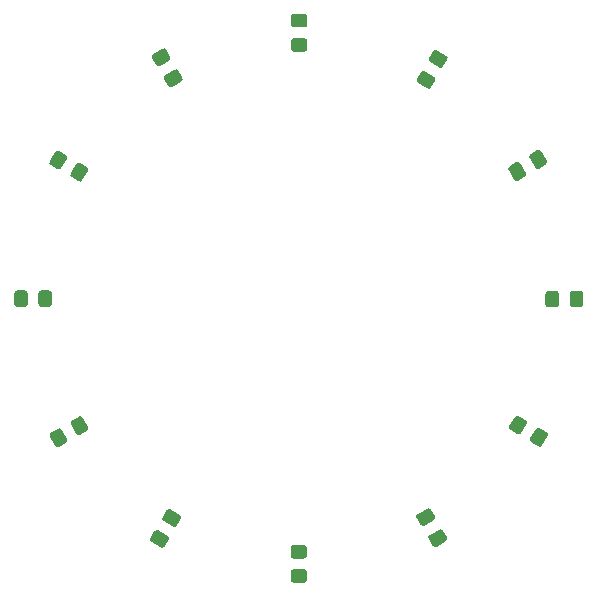
<source format=gbr>
%TF.GenerationSoftware,KiCad,Pcbnew,5.1.9+dfsg1-1~bpo10+1*%
%TF.CreationDate,2022-05-07T14:54:34+02:00*%
%TF.ProjectId,vjeverica-mirror,766a6576-6572-4696-9361-2d6d6972726f,rev?*%
%TF.SameCoordinates,Original*%
%TF.FileFunction,Paste,Top*%
%TF.FilePolarity,Positive*%
%FSLAX46Y46*%
G04 Gerber Fmt 4.6, Leading zero omitted, Abs format (unit mm)*
G04 Created by KiCad (PCBNEW 5.1.9+dfsg1-1~bpo10+1) date 2022-05-07 14:54:34*
%MOMM*%
%LPD*%
G01*
G04 APERTURE LIST*
G04 APERTURE END LIST*
%TO.C,D1*%
G36*
G01*
X153212213Y-77022965D02*
X152432787Y-76572964D01*
G75*
G02*
X152341282Y-76231460I125000J216505D01*
G01*
X152666283Y-75668541D01*
G75*
G02*
X153007788Y-75577035I216505J-124999D01*
G01*
X153787213Y-76027036D01*
G75*
G02*
X153878718Y-76368540I-125000J-216505D01*
G01*
X153553717Y-76931459D01*
G75*
G02*
X153212213Y-77022965I-216505J124999D01*
G01*
G37*
G36*
G01*
X152187213Y-78798317D02*
X151407787Y-78348316D01*
G75*
G02*
X151316282Y-78006812I125000J216505D01*
G01*
X151641283Y-77443893D01*
G75*
G02*
X151982788Y-77352387I216505J-124999D01*
G01*
X152762213Y-77802388D01*
G75*
G02*
X152853718Y-78143892I-125000J-216505D01*
G01*
X152528717Y-78706811D01*
G75*
G02*
X152187213Y-78798317I-216505J124999D01*
G01*
G37*
%TD*%
%TO.C,D2*%
G36*
G01*
X159519360Y-86509712D02*
X159069359Y-85730287D01*
G75*
G02*
X159160865Y-85388783I216505J124999D01*
G01*
X159723784Y-85063782D01*
G75*
G02*
X160065288Y-85155288I124999J-216505D01*
G01*
X160515289Y-85934713D01*
G75*
G02*
X160423784Y-86276217I-216505J-124999D01*
G01*
X159860865Y-86601218D01*
G75*
G02*
X159519360Y-86509712I-125000J216505D01*
G01*
G37*
G36*
G01*
X161294712Y-85484712D02*
X160844711Y-84705287D01*
G75*
G02*
X160936217Y-84363783I216505J124999D01*
G01*
X161499136Y-84038782D01*
G75*
G02*
X161840640Y-84130288I124999J-216505D01*
G01*
X162290641Y-84909713D01*
G75*
G02*
X162199136Y-85251217I-216505J-124999D01*
G01*
X161636217Y-85576218D01*
G75*
G02*
X161294712Y-85484712I-125000J216505D01*
G01*
G37*
%TD*%
%TO.C,D3*%
G36*
G01*
X162190000Y-97080001D02*
X162190000Y-96179999D01*
G75*
G02*
X162439999Y-95930000I249999J0D01*
G01*
X163090001Y-95930000D01*
G75*
G02*
X163340000Y-96179999I0J-249999D01*
G01*
X163340000Y-97080001D01*
G75*
G02*
X163090001Y-97330000I-249999J0D01*
G01*
X162439999Y-97330000D01*
G75*
G02*
X162190000Y-97080001I0J249999D01*
G01*
G37*
G36*
G01*
X164240000Y-97080001D02*
X164240000Y-96179999D01*
G75*
G02*
X164489999Y-95930000I249999J0D01*
G01*
X165140001Y-95930000D01*
G75*
G02*
X165390000Y-96179999I0J-249999D01*
G01*
X165390000Y-97080001D01*
G75*
G02*
X165140001Y-97330000I-249999J0D01*
G01*
X164489999Y-97330000D01*
G75*
G02*
X164240000Y-97080001I0J249999D01*
G01*
G37*
%TD*%
%TO.C,D4*%
G36*
G01*
X160917035Y-108432213D02*
X161367036Y-107652788D01*
G75*
G02*
X161708541Y-107561282I216505J-124999D01*
G01*
X162271460Y-107886283D01*
G75*
G02*
X162362965Y-108227787I-125000J-216505D01*
G01*
X161912964Y-109007212D01*
G75*
G02*
X161571459Y-109098718I-216505J124999D01*
G01*
X161008540Y-108773717D01*
G75*
G02*
X160917035Y-108432213I125000J216505D01*
G01*
G37*
G36*
G01*
X159141683Y-107407213D02*
X159591684Y-106627788D01*
G75*
G02*
X159933189Y-106536282I216505J-124999D01*
G01*
X160496108Y-106861283D01*
G75*
G02*
X160587613Y-107202787I-125000J-216505D01*
G01*
X160137612Y-107982212D01*
G75*
G02*
X159796107Y-108073718I-216505J124999D01*
G01*
X159233188Y-107748717D01*
G75*
G02*
X159141683Y-107407213I125000J216505D01*
G01*
G37*
%TD*%
%TO.C,D5*%
G36*
G01*
X151367788Y-114821684D02*
X152147213Y-114371683D01*
G75*
G02*
X152488717Y-114463188I124999J-216505D01*
G01*
X152813718Y-115026107D01*
G75*
G02*
X152722213Y-115367612I-216505J-125000D01*
G01*
X151942788Y-115817613D01*
G75*
G02*
X151601283Y-115726107I-125000J216505D01*
G01*
X151276282Y-115163188D01*
G75*
G02*
X151367788Y-114821684I216505J124999D01*
G01*
G37*
G36*
G01*
X152392788Y-116597036D02*
X153172213Y-116147035D01*
G75*
G02*
X153513717Y-116238540I124999J-216505D01*
G01*
X153838718Y-116801459D01*
G75*
G02*
X153747213Y-117142964I-216505J-125000D01*
G01*
X152967788Y-117592965D01*
G75*
G02*
X152626283Y-117501459I-125000J216505D01*
G01*
X152301282Y-116938540D01*
G75*
G02*
X152392788Y-116597036I216505J124999D01*
G01*
G37*
%TD*%
%TO.C,D6*%
G36*
G01*
X140859999Y-119500000D02*
X141760001Y-119500000D01*
G75*
G02*
X142010000Y-119749999I0J-249999D01*
G01*
X142010000Y-120400001D01*
G75*
G02*
X141760001Y-120650000I-249999J0D01*
G01*
X140859999Y-120650000D01*
G75*
G02*
X140610000Y-120400001I0J249999D01*
G01*
X140610000Y-119749999D01*
G75*
G02*
X140859999Y-119500000I249999J0D01*
G01*
G37*
G36*
G01*
X140859999Y-117450000D02*
X141760001Y-117450000D01*
G75*
G02*
X142010000Y-117699999I0J-249999D01*
G01*
X142010000Y-118350001D01*
G75*
G02*
X141760001Y-118600000I-249999J0D01*
G01*
X140859999Y-118600000D01*
G75*
G02*
X140610000Y-118350001I0J249999D01*
G01*
X140610000Y-117699999D01*
G75*
G02*
X140859999Y-117450000I249999J0D01*
G01*
G37*
%TD*%
%TO.C,D7*%
G36*
G01*
X130442788Y-114441683D02*
X131222213Y-114891684D01*
G75*
G02*
X131313718Y-115233188I-125000J-216505D01*
G01*
X130988717Y-115796107D01*
G75*
G02*
X130647212Y-115887613I-216505J124999D01*
G01*
X129867787Y-115437612D01*
G75*
G02*
X129776282Y-115096108I125000J216505D01*
G01*
X130101283Y-114533189D01*
G75*
G02*
X130442788Y-114441683I216505J-124999D01*
G01*
G37*
G36*
G01*
X129417788Y-116217035D02*
X130197213Y-116667036D01*
G75*
G02*
X130288718Y-117008540I-125000J-216505D01*
G01*
X129963717Y-117571459D01*
G75*
G02*
X129622212Y-117662965I-216505J124999D01*
G01*
X128842787Y-117212964D01*
G75*
G02*
X128751282Y-116871460I125000J216505D01*
G01*
X129076283Y-116308541D01*
G75*
G02*
X129417788Y-116217035I216505J-124999D01*
G01*
G37*
%TD*%
%TO.C,D8*%
G36*
G01*
X121222964Y-107692788D02*
X121672965Y-108472212D01*
G75*
G02*
X121581460Y-108813717I-216505J-125000D01*
G01*
X121018541Y-109138718D01*
G75*
G02*
X120677036Y-109047212I-125000J216505D01*
G01*
X120227035Y-108267787D01*
G75*
G02*
X120318541Y-107926283I216505J124999D01*
G01*
X120881460Y-107601282D01*
G75*
G02*
X121222964Y-107692788I124999J-216505D01*
G01*
G37*
G36*
G01*
X122998316Y-106667788D02*
X123448317Y-107447212D01*
G75*
G02*
X123356812Y-107788717I-216505J-125000D01*
G01*
X122793893Y-108113718D01*
G75*
G02*
X122452388Y-108022212I-125000J216505D01*
G01*
X122002387Y-107242787D01*
G75*
G02*
X122093893Y-106901283I216505J124999D01*
G01*
X122656812Y-106576282D01*
G75*
G02*
X122998316Y-106667788I124999J-216505D01*
G01*
G37*
%TD*%
%TO.C,D9*%
G36*
G01*
X120415000Y-96149999D02*
X120415000Y-97050001D01*
G75*
G02*
X120165001Y-97300000I-249999J0D01*
G01*
X119514999Y-97300000D01*
G75*
G02*
X119265000Y-97050001I0J249999D01*
G01*
X119265000Y-96149999D01*
G75*
G02*
X119514999Y-95900000I249999J0D01*
G01*
X120165001Y-95900000D01*
G75*
G02*
X120415000Y-96149999I0J-249999D01*
G01*
G37*
G36*
G01*
X118365000Y-96149999D02*
X118365000Y-97050001D01*
G75*
G02*
X118115001Y-97300000I-249999J0D01*
G01*
X117464999Y-97300000D01*
G75*
G02*
X117215000Y-97050001I0J249999D01*
G01*
X117215000Y-96149999D01*
G75*
G02*
X117464999Y-95900000I249999J0D01*
G01*
X118115001Y-95900000D01*
G75*
G02*
X118365000Y-96149999I0J-249999D01*
G01*
G37*
%TD*%
%TO.C,D10*%
G36*
G01*
X121662965Y-84757787D02*
X121212964Y-85537212D01*
G75*
G02*
X120871459Y-85628718I-216505J124999D01*
G01*
X120308540Y-85303717D01*
G75*
G02*
X120217035Y-84962213I125000J216505D01*
G01*
X120667036Y-84182788D01*
G75*
G02*
X121008541Y-84091282I216505J-124999D01*
G01*
X121571460Y-84416283D01*
G75*
G02*
X121662965Y-84757787I-125000J-216505D01*
G01*
G37*
G36*
G01*
X123438317Y-85782787D02*
X122988316Y-86562212D01*
G75*
G02*
X122646811Y-86653718I-216505J124999D01*
G01*
X122083892Y-86328717D01*
G75*
G02*
X121992387Y-85987213I125000J216505D01*
G01*
X122442388Y-85207788D01*
G75*
G02*
X122783893Y-85116282I216505J-124999D01*
G01*
X123346812Y-85441283D01*
G75*
G02*
X123438317Y-85782787I-125000J-216505D01*
G01*
G37*
%TD*%
%TO.C,D11*%
G36*
G01*
X131349713Y-78210640D02*
X130570288Y-78660641D01*
G75*
G02*
X130228783Y-78569135I-125000J216505D01*
G01*
X129903782Y-78006216D01*
G75*
G02*
X129995288Y-77664712I216505J124999D01*
G01*
X130774713Y-77214711D01*
G75*
G02*
X131116217Y-77306217I124999J-216505D01*
G01*
X131441218Y-77869136D01*
G75*
G02*
X131349713Y-78210640I-216505J-124999D01*
G01*
G37*
G36*
G01*
X130324713Y-76435288D02*
X129545288Y-76885289D01*
G75*
G02*
X129203783Y-76793783I-125000J216505D01*
G01*
X128878782Y-76230864D01*
G75*
G02*
X128970288Y-75889360I216505J124999D01*
G01*
X129749713Y-75439359D01*
G75*
G02*
X130091217Y-75530865I124999J-216505D01*
G01*
X130416218Y-76093784D01*
G75*
G02*
X130324713Y-76435288I-216505J-124999D01*
G01*
G37*
%TD*%
%TO.C,D12*%
G36*
G01*
X141790001Y-73635000D02*
X140889999Y-73635000D01*
G75*
G02*
X140640000Y-73385001I0J249999D01*
G01*
X140640000Y-72734999D01*
G75*
G02*
X140889999Y-72485000I249999J0D01*
G01*
X141790001Y-72485000D01*
G75*
G02*
X142040000Y-72734999I0J-249999D01*
G01*
X142040000Y-73385001D01*
G75*
G02*
X141790001Y-73635000I-249999J0D01*
G01*
G37*
G36*
G01*
X141790001Y-75685000D02*
X140889999Y-75685000D01*
G75*
G02*
X140640000Y-75435001I0J249999D01*
G01*
X140640000Y-74784999D01*
G75*
G02*
X140889999Y-74535000I249999J0D01*
G01*
X141790001Y-74535000D01*
G75*
G02*
X142040000Y-74784999I0J-249999D01*
G01*
X142040000Y-75435001D01*
G75*
G02*
X141790001Y-75685000I-249999J0D01*
G01*
G37*
%TD*%
M02*

</source>
